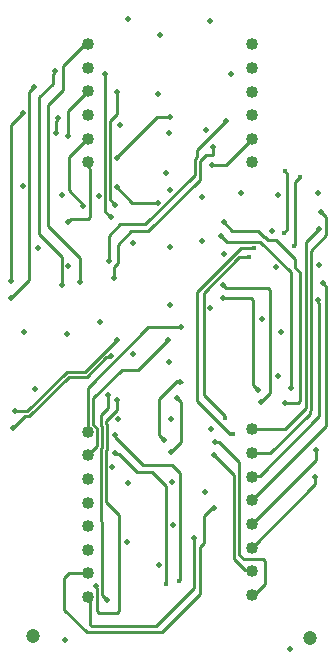
<source format=gbl>
G04*
G04 #@! TF.GenerationSoftware,Altium Limited,Altium Designer,20.1.12 (249)*
G04*
G04 Layer_Physical_Order=4*
G04 Layer_Color=16711680*
%FSLAX25Y25*%
%MOIN*%
G70*
G04*
G04 #@! TF.SameCoordinates,9E92894B-ADF9-450B-81D9-0332103B8D06*
G04*
G04*
G04 #@! TF.FilePolarity,Positive*
G04*
G01*
G75*
%ADD12C,0.01000*%
%ADD27C,0.04000*%
%ADD28C,0.02000*%
%ADD29C,0.01772*%
%ADD30C,0.04724*%
D12*
X81890Y120571D02*
X82677Y119783D01*
Y91634D02*
X84252Y90059D01*
X82677Y91634D02*
Y119783D01*
X85236Y85827D02*
X88386Y88976D01*
X73819Y123819D02*
X87800D01*
X88386Y123233D01*
Y88976D02*
Y123233D01*
X96653Y138287D02*
Y159350D01*
X96260Y137894D02*
X96653Y138287D01*
X92913Y142323D02*
X93012D01*
X94095Y143405D01*
X87603Y139997D02*
X90318D01*
X96835Y133480D01*
X86491Y140970D02*
X86630D01*
X87603Y139997D01*
X96835Y130626D02*
Y133480D01*
X95235Y90690D02*
Y129174D01*
X74114Y139370D02*
X85039D01*
X95235Y129174D01*
X78145Y134153D02*
X81201D01*
X78642Y137303D02*
X83169D01*
X63878Y167519D02*
Y169845D01*
X73721Y179688D02*
X73721D01*
X63878Y169845D02*
X73721Y179688D01*
X55610Y64961D02*
X58202Y62369D01*
Y26706D02*
Y62369D01*
X57874Y26378D02*
X58202Y26706D01*
X53740Y25295D02*
Y57975D01*
X29528Y78400D02*
X30709Y77219D01*
X33909Y69934D02*
Y78544D01*
X32160Y70448D02*
X32309Y70597D01*
X32299Y21638D02*
Y45973D01*
X32160Y46113D02*
Y70448D01*
Y46113D02*
X32299Y45973D01*
X33760Y52426D02*
X37894Y48292D01*
X32309Y70597D02*
Y77881D01*
X33787Y78666D02*
X33909Y78544D01*
X32187Y78003D02*
X32309Y77881D01*
X27559Y68110D02*
X30709Y71260D01*
Y77219D01*
X33760Y52426D02*
Y69785D01*
X33909Y69934D01*
X32187Y81684D02*
X34449Y83946D01*
X32187Y78003D02*
Y81684D01*
X33787Y79494D02*
X37525Y83232D01*
X32299Y21638D02*
X34154Y19783D01*
X33787Y78666D02*
Y79494D01*
X27559Y90551D02*
X47752Y110744D01*
X33857Y100984D02*
X35022D01*
X27559Y75984D02*
Y90551D01*
X35022Y100984D02*
X35425Y101386D01*
X47752Y110744D02*
X58547D01*
X2617Y77165D02*
X6726Y81274D01*
X21234Y94365D02*
X27237D01*
X3347Y82874D02*
X7480D01*
X20571Y95965D02*
X26575D01*
X7480Y82874D02*
X20571Y95965D01*
X8143Y81274D02*
X21234Y94365D01*
X6726Y81274D02*
X8143D01*
X18996Y124803D02*
Y134350D01*
X11516Y141831D02*
Y187500D01*
Y141831D02*
X18996Y134350D01*
X63976Y122638D02*
X78642Y137303D01*
X66240Y122249D02*
X78145Y134153D01*
X66240Y88189D02*
X73228Y81201D01*
X66240Y88189D02*
Y122249D01*
X33366Y149311D02*
X35260Y147417D01*
X33366Y149311D02*
Y195177D01*
X22047Y146850D02*
X27761D01*
X28346Y147436D02*
Y163711D01*
X35138Y153246D02*
X36581Y151803D01*
X35138Y179724D02*
X37303Y181890D01*
X37238Y167152D02*
Y167454D01*
X35138Y153246D02*
Y179724D01*
X37238Y167454D02*
X50679Y180896D01*
X27559Y165797D02*
X28133Y165223D01*
Y163925D02*
Y165223D01*
Y163925D02*
X28346Y163711D01*
X27761Y146850D02*
X28346Y147436D01*
X24902Y126028D02*
Y133957D01*
X14272Y144587D02*
Y184843D01*
Y144587D02*
X24902Y133957D01*
X51378Y75000D02*
X53051Y73327D01*
X51378Y86910D02*
X57469Y93001D01*
X51378Y75000D02*
Y86910D01*
X55413Y69095D02*
X58858Y72539D01*
X57480Y87303D02*
X58858Y85925D01*
Y72539D02*
Y85925D01*
X96835Y130626D02*
X98228Y129232D01*
X84449Y143012D02*
X86491Y140970D01*
X94095Y143405D02*
Y162021D01*
X93307Y162808D02*
X94095Y162021D01*
X93307Y162808D02*
Y162992D01*
X96653Y159350D02*
X98327Y161024D01*
X68963Y50591D02*
X69587D01*
X66237Y47865D02*
X68963Y50591D01*
X66237Y38777D02*
Y47865D01*
X65158Y37697D02*
X66237Y38777D01*
X75098Y75098D02*
X76100D01*
X63976Y86221D02*
Y122638D01*
Y86221D02*
X75098Y75098D01*
X73228Y80709D02*
Y81201D01*
X72146Y141339D02*
X74114Y139370D01*
X72918Y145881D02*
X75787Y143012D01*
X84449D01*
X98228Y86216D02*
Y129232D01*
X76378Y33563D02*
Y61417D01*
X69587Y68209D02*
X76378Y61417D01*
Y33563D02*
X79874Y30067D01*
X78150Y35039D02*
Y65748D01*
X70079Y72638D02*
X70256Y72461D01*
X71437D01*
X78150Y65748D01*
X43993Y62700D02*
X49016D01*
X53740Y57975D01*
X46063Y64961D02*
X55610D01*
X38079Y68614D02*
X43993Y62700D01*
X36647Y68799D02*
X36832Y68614D01*
X38079D01*
X45295Y65728D02*
X46063Y64961D01*
X65158Y22047D02*
Y37697D01*
X63058Y40453D02*
X63090Y40420D01*
X52264Y9154D02*
X65158Y22047D01*
X63090Y24016D02*
Y40420D01*
X50197Y11122D02*
X63090Y24016D01*
X72597Y125041D02*
X73819Y123819D01*
X72597Y125041D02*
X72597D01*
X72736Y120571D02*
X81890D01*
X37894Y16137D02*
Y48292D01*
X31269Y15551D02*
X37308D01*
X30683Y16137D02*
Y23737D01*
X37308Y15551D02*
X37894Y16137D01*
X30683D02*
X31269Y15551D01*
X36722Y74301D02*
Y74803D01*
Y74301D02*
X45295Y65728D01*
X24902Y126028D02*
X24917Y126012D01*
X34547Y141240D02*
X38484Y145177D01*
X34547Y132874D02*
Y141240D01*
X58547Y110744D02*
X58661Y110858D01*
X58501Y93001D02*
X58884Y92618D01*
X58366D02*
X58884D01*
X104313Y119882D02*
X104505Y119691D01*
X107087Y77953D02*
Y124311D01*
X82284Y53150D02*
X107087Y77953D01*
X105905Y125492D02*
X107087Y124311D01*
X84890Y61367D02*
X104699Y81176D01*
X104505Y118991D02*
Y119691D01*
X104699Y81176D02*
Y118796D01*
X104505Y118991D02*
X104699Y118796D01*
X29031Y11122D02*
X50197D01*
X27559Y20054D02*
Y20866D01*
Y20054D02*
X28445Y19169D01*
Y11708D02*
Y19169D01*
Y11708D02*
X29031Y11122D01*
X21358Y28740D02*
X27559D01*
X19783Y27165D02*
X21358Y28740D01*
X19783Y19193D02*
Y27165D01*
X19685Y19094D02*
X19783Y19193D01*
X19685Y16732D02*
Y19094D01*
Y16732D02*
X27264Y9154D01*
X52264D01*
X57469Y93001D02*
X58501D01*
X37525Y83232D02*
Y86307D01*
X37738Y86520D01*
X37305D02*
X37738D01*
X45295Y65728D02*
X45295D01*
X34449Y83946D02*
Y88386D01*
X30199Y24221D02*
X30683Y23737D01*
X30199Y24221D02*
Y24483D01*
X29528Y78400D02*
Y87205D01*
X38878Y96555D02*
X44291D01*
X29528Y87205D02*
X38878Y96555D01*
X44291D02*
X54331Y106595D01*
X78150Y35039D02*
X79724Y33465D01*
X86028D01*
X86614Y25295D02*
Y32879D01*
X86028Y33465D02*
X86614Y32879D01*
X82972Y21654D02*
X86614Y25295D01*
X82284Y21654D02*
X82972D01*
X81744Y30067D02*
X82284Y29528D01*
X79874Y30067D02*
X81744D01*
X82284Y37402D02*
X103445Y58563D01*
Y61024D01*
X103543Y66535D02*
Y69784D01*
X82284Y45276D02*
X103543Y66535D01*
X82284Y61024D02*
X82626Y61367D01*
X84890D01*
X106988Y141437D02*
Y147736D01*
X105413Y149311D02*
X106988Y147736D01*
X101575Y81988D02*
Y82777D01*
X101895Y83097D01*
Y136344D01*
X106988Y141437D01*
X93307Y76772D02*
X100295Y83760D01*
Y139173D02*
X104626Y143504D01*
X100295Y83760D02*
Y139173D01*
X82284Y76772D02*
X93307D01*
X88484Y68898D02*
X101575Y81988D01*
X82284Y68898D02*
X88484D01*
X26124Y151223D02*
Y151649D01*
X21260Y156513D02*
X26124Y151649D01*
X11516Y187500D02*
X15902Y191886D01*
X16732Y196020D02*
Y196161D01*
X15902Y195190D02*
X16732Y196020D01*
X15902Y191886D02*
Y195190D01*
X8169Y189272D02*
X9646Y190748D01*
X14272Y184843D02*
X19390Y189961D01*
Y198031D02*
X25567Y204209D01*
X19390Y189961D02*
Y198031D01*
X8169Y126601D02*
Y189272D01*
X26747Y205167D02*
X27559D01*
X25789Y204209D02*
X26747Y205167D01*
X25567Y204209D02*
X25789D01*
X17126Y179712D02*
X17618Y180205D01*
Y180413D01*
X17126Y175492D02*
Y179712D01*
X37303Y157480D02*
X42405Y152378D01*
X21063Y145866D02*
X22047Y146850D01*
X27510Y173671D02*
X27559D01*
X21260Y167421D02*
X27510Y173671D01*
X21260Y156513D02*
Y167421D01*
X42405Y152378D02*
X51034D01*
X46850Y145177D02*
X63262Y161589D01*
Y166903D01*
X63878Y167519D01*
X64862Y159941D02*
Y166240D01*
X47736Y142815D02*
X64862Y159941D01*
Y166240D02*
X66978Y168356D01*
X38484Y145177D02*
X46850D01*
X42126Y142815D02*
X47736D01*
X37579Y138268D02*
X42126Y142815D01*
X66978Y168356D02*
X69241D01*
X68996Y165059D02*
X73721D01*
X37579Y132114D02*
Y138268D01*
X69241Y168356D02*
Y170767D01*
X69427Y170953D01*
X21161Y183021D02*
X27559Y189419D01*
X21161Y174508D02*
Y183021D01*
X73721Y165059D02*
X82284Y173622D01*
X93209Y85630D02*
X97643D01*
X98228Y86216D01*
X85236Y85827D02*
X85236D01*
X37303Y181890D02*
Y189075D01*
X2559Y77165D02*
X2617D01*
X37303Y106693D02*
X37419D01*
X26575Y95965D02*
X37303Y106693D01*
X27237Y94365D02*
X33857Y100984D01*
X36417Y127165D02*
Y130953D01*
X37579Y132114D01*
X36581Y151659D02*
Y151803D01*
X50679Y180896D02*
X55174D01*
X2028Y120459D02*
X8169Y126601D01*
X2165Y178381D02*
X5870Y182085D01*
X2165Y126181D02*
Y178381D01*
D27*
X27559Y28740D02*
D03*
Y20866D02*
D03*
Y36614D02*
D03*
Y44488D02*
D03*
Y52362D02*
D03*
Y60236D02*
D03*
Y68110D02*
D03*
Y75984D02*
D03*
X82284Y68898D02*
D03*
Y76772D02*
D03*
Y61024D02*
D03*
Y53150D02*
D03*
Y45276D02*
D03*
Y37402D02*
D03*
Y29528D02*
D03*
Y21654D02*
D03*
X27559Y205167D02*
D03*
Y197293D02*
D03*
Y189419D02*
D03*
Y181545D02*
D03*
Y165797D02*
D03*
Y173671D02*
D03*
X82284Y165748D02*
D03*
Y173622D02*
D03*
Y181496D02*
D03*
Y189370D02*
D03*
Y205118D02*
D03*
Y197244D02*
D03*
D28*
X68701Y77067D02*
D03*
X85630Y113681D02*
D03*
X89075Y143012D02*
D03*
X90444Y130995D02*
D03*
X67126Y176673D02*
D03*
X56102Y44882D02*
D03*
X37588Y80325D02*
D03*
X35860Y64173D02*
D03*
X35425Y101386D02*
D03*
X42815Y102067D02*
D03*
X10138Y90256D02*
D03*
X21096Y131299D02*
D03*
X11024Y137303D02*
D03*
X24917Y126012D02*
D03*
X18996Y124803D02*
D03*
X73032Y135335D02*
D03*
X68504Y117323D02*
D03*
X31266Y154557D02*
D03*
X37238Y167152D02*
D03*
X55216Y80118D02*
D03*
X90945Y154823D02*
D03*
X38386Y178248D02*
D03*
X40945Y213681D02*
D03*
X69587Y50591D02*
D03*
X65650Y154331D02*
D03*
X70079Y72638D02*
D03*
X69587Y68209D02*
D03*
X63058Y40453D02*
D03*
X72597Y125041D02*
D03*
X72736Y120571D02*
D03*
X75492Y195276D02*
D03*
X68405Y212992D02*
D03*
X53740Y162402D02*
D03*
X5906Y157874D02*
D03*
X42717Y138976D02*
D03*
X65650Y139469D02*
D03*
X78839Y155512D02*
D03*
X104429Y155413D02*
D03*
X104626Y131595D02*
D03*
X91142Y94587D02*
D03*
X31791Y112697D02*
D03*
X6398Y109252D02*
D03*
X40748Y39370D02*
D03*
X40945Y58957D02*
D03*
X66535Y56004D02*
D03*
X94980Y3543D02*
D03*
X20079Y6693D02*
D03*
X51279Y31693D02*
D03*
X50886Y188681D02*
D03*
X51673Y208366D02*
D03*
X36647Y68799D02*
D03*
X36722Y74803D02*
D03*
X58366Y92618D02*
D03*
X57480Y87303D02*
D03*
X53051Y73327D02*
D03*
X34547Y132874D02*
D03*
X58661Y110858D02*
D03*
X92028Y109252D02*
D03*
X72918Y145881D02*
D03*
X72146Y141339D02*
D03*
X104313Y119882D02*
D03*
X55413Y69095D02*
D03*
X37305Y86520D02*
D03*
X34449Y88386D02*
D03*
X30199Y24483D02*
D03*
X54331Y106595D02*
D03*
X103445Y61024D02*
D03*
X103543Y69784D02*
D03*
X105905Y125492D02*
D03*
X104626Y143504D02*
D03*
X105413Y149311D02*
D03*
X26124Y151223D02*
D03*
X3347Y82874D02*
D03*
X16732Y196161D02*
D03*
X9646Y190748D02*
D03*
X17126Y175492D02*
D03*
X17618Y180413D02*
D03*
X37303Y157480D02*
D03*
X21063Y145866D02*
D03*
X51034Y152378D02*
D03*
X68996Y165059D02*
D03*
X69427Y170953D02*
D03*
X21161Y174508D02*
D03*
X55610Y59350D02*
D03*
X54823Y99114D02*
D03*
X20669Y108465D02*
D03*
X19193Y154921D02*
D03*
X95235Y90690D02*
D03*
X85236Y85827D02*
D03*
X84252Y90059D02*
D03*
X54921Y118209D02*
D03*
Y137598D02*
D03*
Y156496D02*
D03*
X54823Y175492D02*
D03*
X2559Y77165D02*
D03*
X37419Y106693D02*
D03*
X34154Y19783D02*
D03*
X93209Y85630D02*
D03*
X35260Y147417D02*
D03*
X36417Y127165D02*
D03*
X73721Y179688D02*
D03*
X36581Y151659D02*
D03*
X37303Y189075D02*
D03*
X33366Y195177D02*
D03*
X2165Y126181D02*
D03*
X5870Y182085D02*
D03*
X2028Y120459D02*
D03*
X55174Y180896D02*
D03*
D29*
X96260Y137894D02*
D03*
X92913Y142323D02*
D03*
X83169Y137303D02*
D03*
X81201Y134153D02*
D03*
X76100Y75098D02*
D03*
X73228Y80709D02*
D03*
X93307Y162992D02*
D03*
X53740Y25295D02*
D03*
X57874Y26378D02*
D03*
X98327Y161024D02*
D03*
D30*
X9449Y7776D02*
D03*
X101673Y7382D02*
D03*
M02*

</source>
